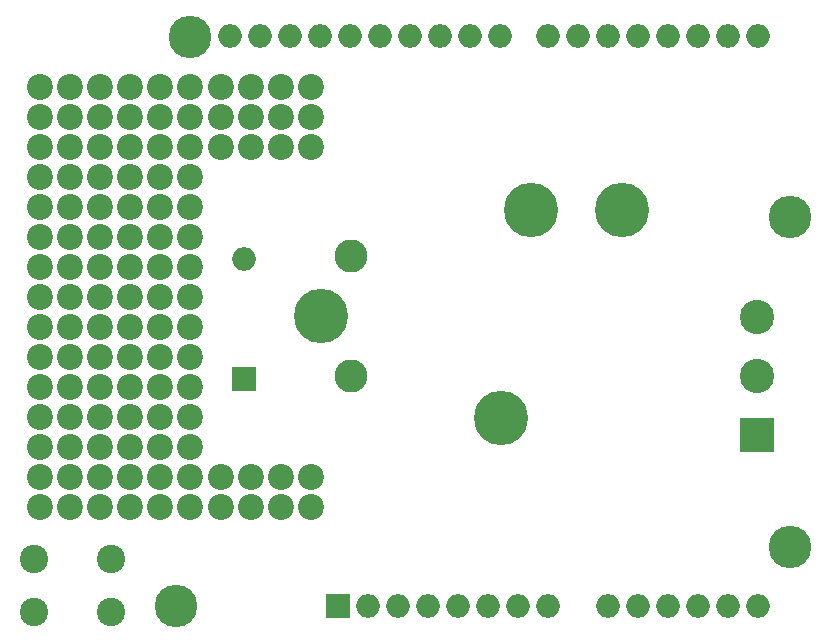
<source format=gbs>
G04 #@! TF.GenerationSoftware,KiCad,Pcbnew,(2017-11-08 revision cd21218)-HEAD*
G04 #@! TF.CreationDate,2018-02-07T13:50:02+02:00*
G04 #@! TF.ProjectId,esp8266_uno_relay,657370383236365F756E6F5F72656C61,rev?*
G04 #@! TF.SameCoordinates,Original*
G04 #@! TF.FileFunction,Soldermask,Bot*
G04 #@! TF.FilePolarity,Negative*
%FSLAX46Y46*%
G04 Gerber Fmt 4.6, Leading zero omitted, Abs format (unit mm)*
G04 Created by KiCad (PCBNEW (2017-11-08 revision cd21218)-HEAD) date Wed Feb  7 13:50:02 2018*
%MOMM*%
%LPD*%
G01*
G04 APERTURE LIST*
%ADD10C,2.200000*%
%ADD11C,3.600000*%
%ADD12C,4.600000*%
%ADD13C,2.800000*%
%ADD14O,2.000000X2.000000*%
%ADD15R,2.000000X2.000000*%
%ADD16R,2.900000X2.900000*%
%ADD17C,2.900000*%
%ADD18C,2.400000*%
G04 APERTURE END LIST*
D10*
X130700000Y-132830000D03*
X128160000Y-135330000D03*
X128160000Y-132830000D03*
X130700000Y-135330000D03*
X125620000Y-135330000D03*
X125620000Y-132830000D03*
X123080000Y-132830000D03*
X123080000Y-135330000D03*
X125620000Y-104830000D03*
X123080000Y-104830000D03*
X130700000Y-104830000D03*
X128160000Y-99750000D03*
X130700000Y-99750000D03*
X125620000Y-102290000D03*
X128160000Y-104830000D03*
X123080000Y-102290000D03*
X130700000Y-102290000D03*
X128160000Y-102290000D03*
X125620000Y-99750000D03*
X123080000Y-99750000D03*
X120450000Y-135310000D03*
X117910000Y-135310000D03*
X115370000Y-135310000D03*
X112830000Y-135310000D03*
X110290000Y-135310000D03*
X107750000Y-135310000D03*
X120450000Y-132770000D03*
X117910000Y-132770000D03*
X115370000Y-132770000D03*
X112830000Y-132770000D03*
X110290000Y-132770000D03*
X107750000Y-132770000D03*
X120450000Y-130230000D03*
X117910000Y-130230000D03*
X115370000Y-130230000D03*
X112830000Y-130230000D03*
X110290000Y-130230000D03*
X107750000Y-130230000D03*
X120450000Y-127690000D03*
X117910000Y-127690000D03*
X115370000Y-127690000D03*
X112830000Y-127690000D03*
X110290000Y-127690000D03*
X107750000Y-127690000D03*
X120450000Y-125150000D03*
X117910000Y-125150000D03*
X115370000Y-125150000D03*
X112830000Y-125150000D03*
X110290000Y-125150000D03*
X107750000Y-125150000D03*
X120450000Y-122610000D03*
X117910000Y-122610000D03*
X115370000Y-122610000D03*
X112830000Y-122610000D03*
X110290000Y-122610000D03*
X107750000Y-122610000D03*
X120450000Y-120070000D03*
X117910000Y-120070000D03*
X115370000Y-120070000D03*
X112830000Y-120070000D03*
X110290000Y-120070000D03*
X107750000Y-120070000D03*
X120450000Y-117530000D03*
X117910000Y-117530000D03*
X115370000Y-117530000D03*
X112830000Y-117530000D03*
X110290000Y-117530000D03*
X107750000Y-117530000D03*
X120450000Y-114990000D03*
X117910000Y-114990000D03*
X115370000Y-114990000D03*
X112830000Y-114990000D03*
X110290000Y-114990000D03*
X107750000Y-114990000D03*
X120450000Y-112450000D03*
X117910000Y-112450000D03*
X115370000Y-112450000D03*
X112830000Y-112450000D03*
X110290000Y-112450000D03*
X107750000Y-112450000D03*
X120450000Y-109910000D03*
X117910000Y-109910000D03*
X115370000Y-109910000D03*
X112830000Y-109910000D03*
X110290000Y-109910000D03*
X107750000Y-109910000D03*
X120450000Y-107370000D03*
X117910000Y-107370000D03*
X115370000Y-107370000D03*
X112830000Y-107370000D03*
X110290000Y-107370000D03*
X107750000Y-107370000D03*
X120450000Y-104830000D03*
X117910000Y-104830000D03*
X115370000Y-104830000D03*
X112830000Y-104830000D03*
X110290000Y-104830000D03*
X107750000Y-104830000D03*
X120450000Y-102290000D03*
X117910000Y-102290000D03*
X115370000Y-102290000D03*
X112830000Y-102290000D03*
X110290000Y-102290000D03*
X107750000Y-102290000D03*
X120450000Y-99750000D03*
X117910000Y-99750000D03*
X115370000Y-99750000D03*
X112830000Y-99750000D03*
X110290000Y-99750000D03*
X107750000Y-99750000D03*
D11*
X119250000Y-143750000D03*
X171250000Y-138750000D03*
X171250000Y-110750000D03*
X120500000Y-95500000D03*
D12*
X157052146Y-110213880D03*
X149302146Y-110213880D03*
X146802146Y-127813880D03*
X131552146Y-119163880D03*
D13*
X134052146Y-114063880D03*
X134052146Y-124213880D03*
D14*
X123860000Y-95490000D03*
X126400000Y-95490000D03*
D15*
X133000000Y-143750000D03*
D14*
X163480000Y-95490000D03*
X135540000Y-143750000D03*
X160940000Y-95490000D03*
X138080000Y-143750000D03*
X158400000Y-95490000D03*
X140620000Y-143750000D03*
X155860000Y-95490000D03*
X143160000Y-143750000D03*
X153320000Y-95490000D03*
X145700000Y-143750000D03*
X150780000Y-95490000D03*
X148240000Y-143750000D03*
X146720000Y-95490000D03*
X150780000Y-143750000D03*
X144180000Y-95490000D03*
X155860000Y-143750000D03*
X141640000Y-95490000D03*
X158400000Y-143750000D03*
X139100000Y-95490000D03*
X160940000Y-143750000D03*
X136560000Y-95490000D03*
X163480000Y-143750000D03*
X134020000Y-95490000D03*
X166020000Y-143750000D03*
X131480000Y-95490000D03*
X168560000Y-143750000D03*
X128940000Y-95490000D03*
X168560000Y-95490000D03*
X166020000Y-95490000D03*
D15*
X125000000Y-124500000D03*
D14*
X125000000Y-114340000D03*
D16*
X168500000Y-129250000D03*
D17*
X168500000Y-124250000D03*
X168500000Y-119250000D03*
D18*
X107250000Y-144250000D03*
X107250000Y-139750000D03*
X113750000Y-144250000D03*
X113750000Y-139750000D03*
M02*

</source>
